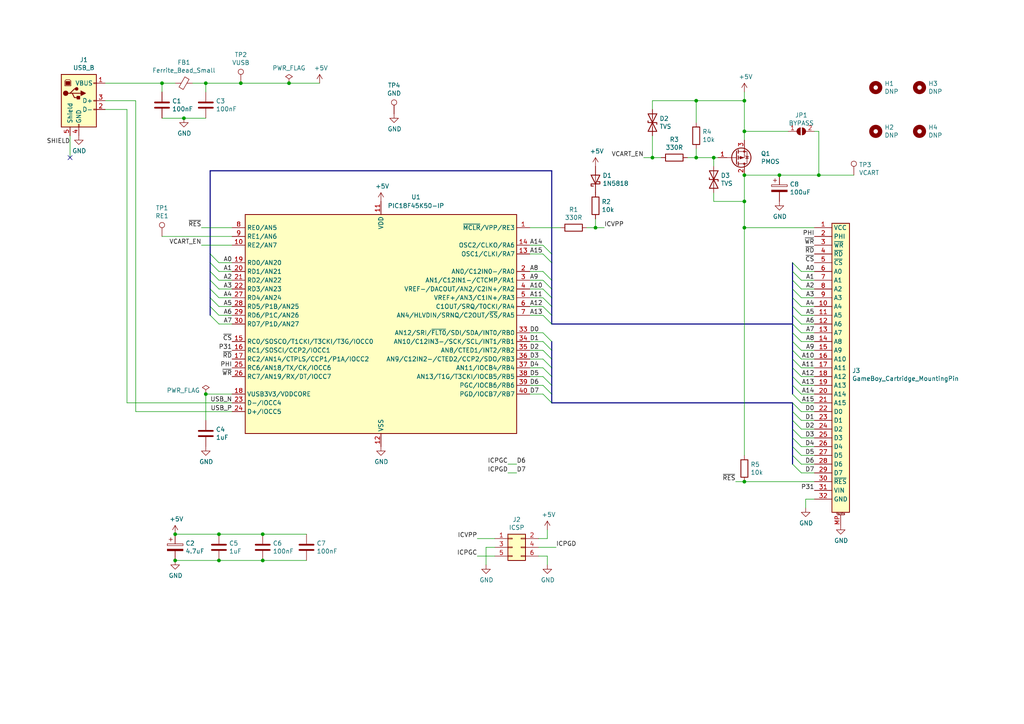
<source format=kicad_sch>
(kicad_sch (version 20211123) (generator eeschema)
  (paper "A4")
  (title_block (title "GB-CARTPP-DIY") (date "2020-10-04") (rev "v1.1") (company "https://gekkio.fi"))
  (lib_symbols
    (symbol "Connector:TestPoint" (pin_numbers hide) (pin_names (offset 0.762) hide)
      (property "Reference" "TP" (at 0 6.858 0))
      (property "Value" "TestPoint" (at 0 5.08 0))
      (symbol "TestPoint_0_1"
        (circle (center 0 3.302) (radius 0.762))
      )
      (symbol "TestPoint_1_1"
        (pin passive line (at 0 0 90) (length 2.54) (name "1") (number "1"))
      )
    )
    (symbol "Connector:USB_B" (pin_names (offset 1.016))
      (property "Reference" "J" (at -5.08 11.43 0))
      (property "Value" "USB_B" (at -5.08 8.89 0))
      (symbol "USB_B_0_1"
        (rectangle (start -5.08 -7.62) (end 5.08 7.62) (stroke (width 0.254)) (fill (type background)))
        (circle (center -3.81 2.159) (radius 0.635) (stroke (width 0.254)) (fill (type outline)))
        (rectangle (start -3.81 5.588) (end -2.54 4.572) (fill (type outline)))
        (circle (center -0.635 3.429) (radius 0.381) (stroke (width 0.254)) (fill (type outline)))
        (rectangle (start -0.127 -7.62) (end 0.127 -6.858))
        (polyline (pts (xy -1.905 2.159) (xy 0.635 2.159)) (stroke (width 0.254)))
        (polyline (pts (xy -3.175 2.159) (xy -2.54 2.159) (xy -1.27 3.429) (xy -0.635 3.429)) (stroke (width 0.254)))
        (polyline (pts (xy -2.54 2.159) (xy -1.905 2.159) (xy -1.27 0.889) (xy 0 0.889)) (stroke (width 0.254)))
        (polyline (pts (xy 0.635 2.794) (xy 0.635 1.524) (xy 1.905 2.159) (xy 0.635 2.794)) (stroke (width 0.254)) (fill (type outline)))
        (polyline (pts (xy -4.064 4.318) (xy -2.286 4.318) (xy -2.286 5.715) (xy -2.667 6.096) (xy -3.683 6.096) (xy -4.064 5.715) (xy -4.064 4.318)))
        (rectangle (start 0.254 1.27) (end -0.508 0.508) (stroke (width 0.254)) (fill (type outline)))
        (rectangle (start 5.08 -2.667) (end 4.318 -2.413))
        (rectangle (start 5.08 -0.127) (end 4.318 0.127))
        (rectangle (start 5.08 4.953) (end 4.318 5.207))
      )
      (symbol "USB_B_1_1"
        (pin power_out line (at 7.62 5.08 180) (length 2.54) (name "VBUS") (number "1"))
        (pin bidirectional line (at 7.62 -2.54 180) (length 2.54) (name "D-") (number "2"))
        (pin bidirectional line (at 7.62 0 180) (length 2.54) (name "D+") (number "3"))
        (pin power_out line (at 0 -10.16 90) (length 2.54) (name "GND") (number "4"))
        (pin passive line (at -2.54 -10.16 90) (length 2.54) (name "Shield") (number "5"))
      )
    )
    (symbol "Connector_Generic:Conn_02x03_Odd_Even" (pin_names (offset 1.016) hide)
      (property "Reference" "J" (at 1.27 5.08 0))
      (property "Value" "Conn_02x03_Odd_Even" (at 1.27 -5.08 0))
      (symbol "Conn_02x03_Odd_Even_1_1"
        (rectangle (start -1.27 -2.413) (end 0 -2.667) (stroke (width 0.1524)))
        (rectangle (start -1.27 0.127) (end 0 -0.127) (stroke (width 0.1524)))
        (rectangle (start -1.27 2.667) (end 0 2.413) (stroke (width 0.1524)))
        (rectangle (start -1.27 3.81) (end 3.81 -3.81) (stroke (width 0.254)) (fill (type background)))
        (rectangle (start 3.81 -2.413) (end 2.54 -2.667) (stroke (width 0.1524)))
        (rectangle (start 3.81 0.127) (end 2.54 -0.127) (stroke (width 0.1524)))
        (rectangle (start 3.81 2.667) (end 2.54 2.413) (stroke (width 0.1524)))
        (pin passive line (at -5.08 2.54 0) (length 3.81) (name "Pin_1") (number "1"))
        (pin passive line (at 7.62 2.54 180) (length 3.81) (name "Pin_2") (number "2"))
        (pin passive line (at -5.08 0 0) (length 3.81) (name "Pin_3") (number "3"))
        (pin passive line (at 7.62 0 180) (length 3.81) (name "Pin_4") (number "4"))
        (pin passive line (at -5.08 -2.54 0) (length 3.81) (name "Pin_5") (number "5"))
        (pin passive line (at 7.62 -2.54 180) (length 3.81) (name "Pin_6") (number "6"))
      )
    )
    (symbol "Device:C" (pin_numbers hide) (pin_names (offset 0.254))
      (property "Reference" "C" (at 0.635 2.54 0))
      (property "Value" "C" (at 0.635 -2.54 0))
      (symbol "C_0_1"
        (polyline (pts (xy -2.032 -0.762) (xy 2.032 -0.762)) (stroke (width 0.508)))
        (polyline (pts (xy -2.032 0.762) (xy 2.032 0.762)) (stroke (width 0.508)))
      )
      (symbol "C_1_1"
        (pin passive line (at 0 3.81 270) (length 2.794) (name "~") (number "1"))
        (pin passive line (at 0 -3.81 90) (length 2.794) (name "~") (number "2"))
      )
    )
    (symbol "Device:C_Polarized" (pin_numbers hide) (pin_names (offset 0.254))
      (property "Reference" "C" (at 0.635 2.54 0))
      (property "Value" "C_Polarized" (at 0.635 -2.54 0))
      (symbol "C_Polarized_0_1"
        (rectangle (start -2.286 0.508) (end 2.286 1.016))
        (polyline (pts (xy -1.778 2.286) (xy -0.762 2.286)))
        (polyline (pts (xy -1.27 2.794) (xy -1.27 1.778)))
        (rectangle (start 2.286 -0.508) (end -2.286 -1.016) (fill (type outline)))
      )
      (symbol "C_Polarized_1_1"
        (pin passive line (at 0 3.81 270) (length 2.794) (name "~") (number "1"))
        (pin passive line (at 0 -3.81 90) (length 2.794) (name "~") (number "2"))
      )
    )
    (symbol "Device:D_Schottky" (pin_numbers hide) (pin_names (offset 1.016) hide)
      (property "Reference" "D" (at 0 2.54 0))
      (property "Value" "D_Schottky" (at 0 -2.54 0))
      (symbol "D_Schottky_0_1"
        (polyline (pts (xy 1.27 0) (xy -1.27 0)))
        (polyline (pts (xy 1.27 1.27) (xy 1.27 -1.27) (xy -1.27 0) (xy 1.27 1.27)) (stroke (width 0.254)))
        (polyline (pts (xy -1.905 0.635) (xy -1.905 1.27) (xy -1.27 1.27) (xy -1.27 -1.27) (xy -0.635 -1.27) (xy -0.635 -0.635)) (stroke (width 0.254)))
      )
      (symbol "D_Schottky_1_1"
        (pin passive line (at -3.81 0 0) (length 2.54) (name "K") (number "1"))
        (pin passive line (at 3.81 0 180) (length 2.54) (name "A") (number "2"))
      )
    )
    (symbol "Device:D_TVS" (pin_numbers hide) (pin_names (offset 1.016) hide)
      (property "Reference" "D" (at 0 2.54 0))
      (property "Value" "D_TVS" (at 0 -2.54 0))
      (symbol "D_TVS_0_1"
        (polyline (pts (xy 1.27 0) (xy -1.27 0)))
        (polyline (pts (xy 0.508 1.27) (xy 0 1.27) (xy 0 -1.27) (xy -0.508 -1.27)) (stroke (width 0.254)))
        (polyline (pts (xy -2.54 1.27) (xy -2.54 -1.27) (xy 2.54 1.27) (xy 2.54 -1.27) (xy -2.54 1.27)) (stroke (width 0.254)))
      )
      (symbol "D_TVS_1_1"
        (pin passive line (at -3.81 0 0) (length 2.54) (name "A1") (number "1"))
        (pin passive line (at 3.81 0 180) (length 2.54) (name "A2") (number "2"))
      )
    )
    (symbol "Device:FerriteBead_Small" (pin_numbers hide) (pin_names (offset 0))
      (property "Reference" "FB" (at 1.905 1.27 0))
      (property "Value" "FerriteBead_Small" (at 1.905 -1.27 0))
      (symbol "FerriteBead_Small_0_1"
        (polyline (pts (xy 0 -1.27) (xy 0 -0.7874)))
        (polyline (pts (xy 0 0.889) (xy 0 1.2954)))
        (polyline (pts (xy -1.8288 0.2794) (xy -1.1176 1.4986) (xy 1.8288 -0.2032) (xy 1.1176 -1.4224) (xy -1.8288 0.2794)))
      )
      (symbol "FerriteBead_Small_1_1"
        (pin passive line (at 0 2.54 270) (length 1.27) (name "~") (number "1"))
        (pin passive line (at 0 -2.54 90) (length 1.27) (name "~") (number "2"))
      )
    )
    (symbol "Device:Q_PMOS_GDS" (pin_names (offset 0) hide)
      (property "Reference" "Q" (at 5.08 1.27 0))
      (property "Value" "Q_PMOS_GDS" (at 5.08 -1.27 0))
      (symbol "Q_PMOS_GDS_0_1"
        (polyline (pts (xy 0.254 0) (xy -2.54 0)))
        (polyline (pts (xy 0.254 1.905) (xy 0.254 -1.905)) (stroke (width 0.254)))
        (polyline (pts (xy 0.762 -1.27) (xy 0.762 -2.286)) (stroke (width 0.254)))
        (polyline (pts (xy 0.762 0.508) (xy 0.762 -0.508)) (stroke (width 0.254)))
        (polyline (pts (xy 0.762 2.286) (xy 0.762 1.27)) (stroke (width 0.254)))
        (polyline (pts (xy 2.54 2.54) (xy 2.54 1.778)))
        (polyline (pts (xy 2.54 -2.54) (xy 2.54 0) (xy 0.762 0)))
        (polyline (pts (xy 0.762 1.778) (xy 3.302 1.778) (xy 3.302 -1.778) (xy 0.762 -1.778)))
        (polyline (pts (xy 2.286 0) (xy 1.27 0.381) (xy 1.27 -0.381) (xy 2.286 0)) (fill (type outline)))
        (polyline (pts (xy 2.794 -0.508) (xy 2.921 -0.381) (xy 3.683 -0.381) (xy 3.81 -0.254)))
        (polyline (pts (xy 3.302 -0.381) (xy 2.921 0.254) (xy 3.683 0.254) (xy 3.302 -0.381)))
        (circle (center 1.651 0) (radius 2.794) (stroke (width 0.254)))
        (circle (center 2.54 -1.778) (radius 0.254) (fill (type outline)))
        (circle (center 2.54 1.778) (radius 0.254) (fill (type outline)))
      )
      (symbol "Q_PMOS_GDS_1_1"
        (pin input line (at -5.08 0 0) (length 2.54) (name "G") (number "1"))
        (pin passive line (at 2.54 5.08 270) (length 2.54) (name "D") (number "2"))
        (pin passive line (at 2.54 -5.08 90) (length 2.54) (name "S") (number "3"))
      )
    )
    (symbol "Device:R" (pin_numbers hide) (pin_names (offset 0))
      (property "Reference" "R" (at 2.032 0 90))
      (property "Value" "R" (at 0 0 90))
      (symbol "R_0_1"
        (rectangle (start -1.016 -2.54) (end 1.016 2.54) (stroke (width 0.254)))
      )
      (symbol "R_1_1"
        (pin passive line (at 0 3.81 270) (length 1.27) (name "~") (number "1"))
        (pin passive line (at 0 -3.81 90) (length 1.27) (name "~") (number "2"))
      )
    )
    (symbol "Gekkio_Connector_Specialized:GameBoy_Cartridge_MountingPin"
      (property "Reference" "J" (at 0 43.18 0))
      (property "Value" "GameBoy_Cartridge_MountingPin" (at 1.27 -44.45 0))
      (symbol "GameBoy_Cartridge_MountingPin_0_1"
        (rectangle (start -2.54 41.91) (end 2.54 -41.91) (stroke (width 0.254)) (fill (type background)))
      )
      (symbol "GameBoy_Cartridge_MountingPin_1_1"
        (polyline (pts (xy -1.016 -42.672) (xy 1.016 -42.672)) (stroke (width 0.1524)))
        (text "Mounting" (at 0 -42.291 0) (effects (font (size 0.381 0.381))))
        (pin passive line (at -7.62 40.64 0) (length 5.08) (name "VCC") (number "1"))
        (pin passive line (at -7.62 17.78 0) (length 5.08) (name "A4") (number "10"))
        (pin passive line (at -7.62 15.24 0) (length 5.08) (name "A5") (number "11"))
        (pin passive line (at -7.62 12.7 0) (length 5.08) (name "A6") (number "12"))
        (pin passive line (at -7.62 10.16 0) (length 5.08) (name "A7") (number "13"))
        (pin passive line (at -7.62 7.62 0) (length 5.08) (name "A8") (number "14"))
        (pin passive line (at -7.62 5.08 0) (length 5.08) (name "A9") (number "15"))
        (pin passive line (at -7.62 2.54 0) (length 5.08) (name "A10") (number "16"))
        (pin passive line (at -7.62 0 0) (length 5.08) (name "A11") (number "17"))
        (pin passive line (at -7.62 -2.54 0) (length 5.08) (name "A12") (number "18"))
        (pin passive line (at -7.62 -5.08 0) (length 5.08) (name "A13") (number "19"))
        (pin passive line (at -7.62 38.1 0) (length 5.08) (name "PHI") (number "2"))
        (pin passive line (at -7.62 -7.62 0) (length 5.08) (name "A14") (number "20"))
        (pin passive line (at -7.62 -10.16 0) (length 5.08) (name "A15") (number "21"))
        (pin passive line (at -7.62 -12.7 0) (length 5.08) (name "D0") (number "22"))
        (pin passive line (at -7.62 -15.24 0) (length 5.08) (name "D1") (number "23"))
        (pin passive line (at -7.62 -17.78 0) (length 5.08) (name "D2") (number "24"))
        (pin passive line (at -7.62 -20.32 0) (length 5.08) (name "D3") (number "25"))
        (pin passive line (at -7.62 -22.86 0) (length 5.08) (name "D4") (number "26"))
        (pin passive line (at -7.62 -25.4 0) (length 5.08) (name "D5") (number "27"))
        (pin passive line (at -7.62 -27.94 0) (length 5.08) (name "D6") (number "28"))
        (pin passive line (at -7.62 -30.48 0) (length 5.08) (name "D7") (number "29"))
        (pin passive line (at -7.62 35.56 0) (length 5.08) (name "~{WR}") (number "3"))
        (pin passive line (at -7.62 -33.02 0) (length 5.08) (name "~{RES}") (number "30"))
        (pin passive line (at -7.62 -35.56 0) (length 5.08) (name "VIN") (number "31"))
        (pin passive line (at -7.62 -38.1 0) (length 5.08) (name "GND") (number "32"))
        (pin passive line (at -7.62 33.02 0) (length 5.08) (name "~{RD}") (number "4"))
        (pin passive line (at -7.62 30.48 0) (length 5.08) (name "~{CS}") (number "5"))
        (pin passive line (at -7.62 27.94 0) (length 5.08) (name "A0") (number "6"))
        (pin passive line (at -7.62 25.4 0) (length 5.08) (name "A1") (number "7"))
        (pin passive line (at -7.62 22.86 0) (length 5.08) (name "A2") (number "8"))
        (pin passive line (at -7.62 20.32 0) (length 5.08) (name "A3") (number "9"))
        (pin passive line (at 0 -45.72 90) (length 3.048) (name "~") (number "MP"))
      )
    )
    (symbol "Gekkio_MCU_Microchip_PIC18:PIC18F45K50-IP"
      (property "Reference" "U" (at -36.83 33.02 0))
      (property "Value" "PIC18F45K50-IP" (at 30.48 -30.48 0))
      (symbol "PIC18F45K50-IP_0_1"
        (rectangle (start -39.37 31.75) (end 39.37 -31.75) (stroke (width 0.254)) (fill (type background)))
      )
      (symbol "PIC18F45K50-IP_1_1"
        (pin input line (at 43.18 27.94 180) (length 3.81) (name "~{MCLR}/VPP/RE3") (number "1"))
        (pin bidirectional line (at -43.18 22.86 0) (length 3.81) (name "RE2/AN7") (number "10"))
        (pin power_in line (at 0 35.56 270) (length 3.81) (name "VDD") (number "11"))
        (pin power_in line (at 0 -35.56 90) (length 3.81) (name "VSS") (number "12"))
        (pin bidirectional line (at 43.18 20.32 180) (length 3.81) (name "OSC1/CLKI/RA7") (number "13"))
        (pin bidirectional line (at 43.18 22.86 180) (length 3.81) (name "OSC2/CLKO/RA6") (number "14"))
        (pin bidirectional line (at -43.18 -5.08 0) (length 3.81) (name "RC0/SOSCO/T1CKI/T3CKI/T3G/IOCC0") (number "15"))
        (pin bidirectional line (at -43.18 -7.62 0) (length 3.81) (name "RC1/SOSCI/CCP2/IOCC1") (number "16"))
        (pin bidirectional line (at -43.18 -10.16 0) (length 3.81) (name "RC2/AN14/CTPLS/CCP1/P1A/IOCC2") (number "17"))
        (pin power_in line (at -43.18 -20.32 0) (length 3.81) (name "VUSB3V3/VDDCORE") (number "18"))
        (pin bidirectional line (at -43.18 17.78 0) (length 3.81) (name "RD0/AN20") (number "19"))
        (pin bidirectional line (at 43.18 15.24 180) (length 3.81) (name "AN0/C12IN0-/RA0") (number "2"))
        (pin bidirectional line (at -43.18 15.24 0) (length 3.81) (name "RD1/AN21") (number "20"))
        (pin bidirectional line (at -43.18 12.7 0) (length 3.81) (name "RD2/AN22") (number "21"))
        (pin bidirectional line (at -43.18 10.16 0) (length 3.81) (name "RD3/AN23") (number "22"))
        (pin bidirectional line (at -43.18 -22.86 0) (length 3.81) (name "D-/IOCC4") (number "23"))
        (pin bidirectional line (at -43.18 -25.4 0) (length 3.81) (name "D+/IOCC5") (number "24"))
        (pin bidirectional line (at -43.18 -12.7 0) (length 3.81) (name "RC6/AN18/TX/CK/IOCC6") (number "25"))
        (pin bidirectional line (at -43.18 -15.24 0) (length 3.81) (name "RC7/AN19/RX/DT/IOCC7") (number "26"))
        (pin bidirectional line (at -43.18 7.62 0) (length 3.81) (name "RD4/AN24") (number "27"))
        (pin bidirectional line (at -43.18 5.08 0) (length 3.81) (name "RD5/P1B/AN25") (number "28"))
        (pin bidirectional line (at -43.18 2.54 0) (length 3.81) (name "RD6/P1C/AN26") (number "29"))
        (pin bidirectional line (at 43.18 12.7 180) (length 3.81) (name "AN1/C12IN1-/CTCMP/RA1") (number "3"))
        (pin bidirectional line (at -43.18 0 0) (length 3.81) (name "RD7/P1D/AN27") (number "30"))
        (pin passive line (at 0 -35.56 90) (length 3.81) hide (name "VSS") (number "31"))
        (pin passive line (at 0 35.56 270) (length 3.81) hide (name "VDD") (number "32"))
        (pin bidirectional line (at 43.18 -2.54 180) (length 3.81) (name "AN12/SRI/~{FLT0}/SDI/SDA/INT0/RB0") (number "33"))
        (pin bidirectional line (at 43.18 -5.08 180) (length 3.81) (name "AN10/C12IN3-/SCK/SCL/INT1/RB1") (number "34"))
        (pin bidirectional line (at 43.18 -7.62 180) (length 3.81) (name "AN8/CTED1/INT2/RB2") (number "35"))
        (pin bidirectional line (at 43.18 -10.16 180) (length 3.81) (name "AN9/C12IN2-/CTED2/CCP2/SDO/RB3") (number "36"))
        (pin bidirectional line (at 43.18 -12.7 180) (length 3.81) (name "AN11/IOCB4/RB4") (number "37"))
        (pin bidirectional line (at 43.18 -15.24 180) (length 3.81) (name "AN13/T1G/T3CKI/IOCB5/RB5") (number "38"))
        (pin bidirectional line (at 43.18 -17.78 180) (length 3.81) (name "PGC/IOCB6/RB6") (number "39"))
        (pin bidirectional line (at 43.18 10.16 180) (length 3.81) (name "VREF-/DACOUT/AN2/C2IN+/RA2") (number "4"))
        (pin bidirectional line (at 43.18 -20.32 180) (length 3.81) (name "PGD/IOCB7/RB7") (number "40"))
        (pin bidirectional line (at 43.18 7.62 180) (length 3.81) (name "VREF+/AN3/C1IN+/RA3") (number "5"))
        (pin bidirectional line (at 43.18 5.08 180) (length 3.81) (name "C1OUT/SRQ/T0CKI/RA4") (number "6"))
        (pin bidirectional line (at 43.18 2.54 180) (length 3.81) (name "AN4/HLVDIN/SRNQ/C2OUT/~{SS}/RA5") (number "7"))
        (pin bidirectional line (at -43.18 27.94 0) (length 3.81) (name "RE0/AN5") (number "8"))
        (pin bidirectional line (at -43.18 25.4 0) (length 3.81) (name "RE1/AN6") (number "9"))
      )
    )
    (symbol "Jumper:SolderJumper_2_Open" (pin_names (offset 0) hide)
      (property "Reference" "JP" (at 0 2.032 0))
      (property "Value" "SolderJumper_2_Open" (at 0 -2.54 0))
      (symbol "SolderJumper_2_Open_0_1"
        (arc (start -0.254 1.016) (mid -1.27 0) (end -0.254 -1.016))
        (arc (start -0.254 1.016) (mid -1.27 0) (end -0.254 -1.016) (fill (type outline)))
        (polyline (pts (xy -0.254 1.016) (xy -0.254 -1.016)))
        (polyline (pts (xy 0.254 1.016) (xy 0.254 -1.016)))
        (arc (start 0.254 -1.016) (mid 1.27 0) (end 0.254 1.016))
        (arc (start 0.254 -1.016) (mid 1.27 0) (end 0.254 1.016) (fill (type outline)))
      )
      (symbol "SolderJumper_2_Open_1_1"
        (pin passive line (at -3.81 0 0) (length 2.54) (name "A") (number "1"))
        (pin passive line (at 3.81 0 180) (length 2.54) (name "B") (number "2"))
      )
    )
    (symbol "Mechanical:MountingHole" (pin_names (offset 1.016))
      (property "Reference" "H" (at 0 5.08 0))
      (property "Value" "MountingHole" (at 0 3.175 0))
      (symbol "MountingHole_0_1"
        (circle (center 0 0) (radius 1.27) (stroke (width 1.27)))
      )
    )
    (symbol "power:+5V" (power) (pin_names (offset 0))
      (property "Value" "+5V" (at 0 3.556 0))
      (symbol "+5V_0_1"
        (polyline (pts (xy -0.762 1.27) (xy 0 2.54)))
        (polyline (pts (xy 0 0) (xy 0 2.54)))
        (polyline (pts (xy 0 2.54) (xy 0.762 1.27)))
      )
      (symbol "+5V_1_1"
        (pin power_in line (at 0 0 90) (length 0) hide (name "+5V") (number "1"))
      )
    )
    (symbol "power:GND" (power) (pin_names (offset 0))
      (property "Value" "GND" (at 0 -3.81 0))
      (symbol "GND_0_1"
        (polyline (pts (xy 0 0) (xy 0 -1.27) (xy 1.27 -1.27) (xy 0 -2.54) (xy -1.27 -1.27) (xy 0 -1.27)))
      )
      (symbol "GND_1_1"
        (pin power_in line (at 0 0 270) (length 0) hide (name "GND") (number "1"))
      )
    )
    (symbol "power:PWR_FLAG" (power) (pin_numbers hide) (pin_names (offset 0) hide)
      (property "Value" "PWR_FLAG" (at 0 3.81 0))
      (symbol "PWR_FLAG_0_0"
        (pin power_out line (at 0 0 90) (length 0) (name "pwr") (number "1"))
      )
      (symbol "PWR_FLAG_0_1"
        (polyline (pts (xy 0 0) (xy 0 1.27) (xy -1.016 1.905) (xy 0 2.54) (xy 1.016 1.905) (xy 0 1.27)))
      )
    )
  )
  (junction (at 207.01 45.72))
  (junction (at 215.9 58.42))
  (junction (at 50.8 162.56))
  (junction (at 69.85 24.13))
  (junction (at 83.82 24.13))
  (junction (at 76.2 154.94))
  (junction (at 63.5 162.56))
  (junction (at 215.9 29.21))
  (junction (at 46.99 24.13))
  (junction (at 53.34 34.29))
  (junction (at 237.49 50.8))
  (junction (at 59.69 24.13))
  (junction (at 226.06 50.8))
  (junction (at 76.2 162.56))
  (junction (at 201.93 45.72))
  (junction (at 63.5 154.94))
  (junction (at 50.8 154.94))
  (junction (at 215.9 38.1))
  (junction (at 201.93 29.21))
  (junction (at 215.9 66.04))
  (junction (at 189.23 45.72))
  (junction (at 172.72 66.04))
  (junction (at 215.9 139.7))
  (junction (at 215.9 50.8))
  (junction (at 59.69 114.3))
  (no_connect (at 20.32 45.72))
  (bus_entry (at 229.87 81.28) (size 2.54 2.54))
  (bus_entry (at 157.48 109.22) (size 2.54 2.54))
  (bus_entry (at 229.87 129.54) (size 2.54 2.54))
  (bus_entry (at 157.48 106.68) (size 2.54 2.54))
  (bus_entry (at 157.48 104.14) (size 2.54 2.54))
  (bus_entry (at 229.87 86.36) (size 2.54 2.54))
  (bus_entry (at 229.87 121.92) (size 2.54 2.54))
  (bus_entry (at 157.48 111.76) (size 2.54 2.54))
  (bus_entry (at 157.48 88.9) (size 2.54 2.54))
  (bus_entry (at 229.87 76.2) (size 2.54 2.54))
  (bus_entry (at 229.87 127) (size 2.54 2.54))
  (bus_entry (at 60.96 76.2) (size 2.54 2.54))
  (bus_entry (at 229.87 132.08) (size 2.54 2.54))
  (bus_entry (at 60.96 83.82) (size 2.54 2.54))
  (bus_entry (at 157.48 71.12) (size 2.54 2.54))
  (bus_entry (at 229.87 91.44) (size 2.54 2.54))
  (bus_entry (at 60.96 86.36) (size 2.54 2.54))
  (bus_entry (at 157.48 81.28) (size 2.54 2.54))
  (bus_entry (at 60.96 81.28) (size 2.54 2.54))
  (bus_entry (at 157.48 78.74) (size 2.54 2.54))
  (bus_entry (at 157.48 83.82) (size 2.54 2.54))
  (bus_entry (at 229.87 96.52) (size 2.54 2.54))
  (bus_entry (at 229.87 88.9) (size 2.54 2.54))
  (bus_entry (at 229.87 106.68) (size 2.54 2.54))
  (bus_entry (at 60.96 88.9) (size 2.54 2.54))
  (bus_entry (at 229.87 119.38) (size 2.54 2.54))
  (bus_entry (at 229.87 114.3) (size 2.54 2.54))
  (bus_entry (at 60.96 73.66) (size 2.54 2.54))
  (bus_entry (at 157.48 73.66) (size 2.54 2.54))
  (bus_entry (at 229.87 83.82) (size 2.54 2.54))
  (bus_entry (at 229.87 109.22) (size 2.54 2.54))
  (bus_entry (at 229.87 78.74) (size 2.54 2.54))
  (bus_entry (at 157.48 114.3) (size 2.54 2.54))
  (bus_entry (at 229.87 93.98) (size 2.54 2.54))
  (bus_entry (at 229.87 116.84) (size 2.54 2.54))
  (bus_entry (at 229.87 134.62) (size 2.54 2.54))
  (bus_entry (at 60.96 78.74) (size 2.54 2.54))
  (bus_entry (at 157.48 96.52) (size 2.54 2.54))
  (bus_entry (at 229.87 124.46) (size 2.54 2.54))
  (bus_entry (at 229.87 101.6) (size 2.54 2.54))
  (bus_entry (at 157.48 86.36) (size 2.54 2.54))
  (bus_entry (at 229.87 104.14) (size 2.54 2.54))
  (bus_entry (at 157.48 99.06) (size 2.54 2.54))
  (bus_entry (at 229.87 111.76) (size 2.54 2.54))
  (bus_entry (at 157.48 101.6) (size 2.54 2.54))
  (bus_entry (at 157.48 91.44) (size 2.54 2.54))
  (bus_entry (at 60.96 91.44) (size 2.54 2.54))
  (bus_entry (at 229.87 99.06) (size 2.54 2.54))
  (wire (pts (xy 215.9 29.21) (xy 215.9 38.1)))
  (wire (pts (xy 63.5 81.28) (xy 67.31 81.28)))
  (bus (pts (xy 229.87 116.84) (xy 229.87 119.38)))
  (wire (pts (xy 233.68 144.78) (xy 236.22 144.78)))
  (wire (pts (xy 236.22 119.38) (xy 232.41 119.38)))
  (wire (pts (xy 189.23 39.37) (xy 189.23 45.72)))
  (bus (pts (xy 229.87 99.06) (xy 229.87 101.6)))
  (bus (pts (xy 160.02 93.98) (xy 229.87 93.98)))
  (wire (pts (xy 59.69 24.13) (xy 69.85 24.13)))
  (wire (pts (xy 232.41 88.9) (xy 236.22 88.9)))
  (wire (pts (xy 63.5 76.2) (xy 67.31 76.2)))
  (bus (pts (xy 60.96 83.82) (xy 60.96 86.36)))
  (wire (pts (xy 30.48 29.21) (xy 39.37 29.21)))
  (bus (pts (xy 229.87 78.74) (xy 229.87 81.28)))
  (wire (pts (xy 140.97 163.83) (xy 140.97 158.75)))
  (wire (pts (xy 63.5 88.9) (xy 67.31 88.9)))
  (bus (pts (xy 60.96 88.9) (xy 60.96 91.44)))
  (wire (pts (xy 232.41 83.82) (xy 236.22 83.82)))
  (bus (pts (xy 60.96 86.36) (xy 60.96 88.9)))
  (wire (pts (xy 76.2 154.94) (xy 88.9 154.94)))
  (wire (pts (xy 67.31 114.3) (xy 59.69 114.3)))
  (wire (pts (xy 236.22 134.62) (xy 232.41 134.62)))
  (bus (pts (xy 160.02 109.22) (xy 160.02 111.76)))
  (wire (pts (xy 138.43 161.29) (xy 143.51 161.29)))
  (bus (pts (xy 160.02 111.76) (xy 160.02 114.3)))
  (wire (pts (xy 138.43 156.21) (xy 143.51 156.21)))
  (wire (pts (xy 36.83 31.75) (xy 30.48 31.75)))
  (bus (pts (xy 229.87 96.52) (xy 229.87 99.06)))
  (bus (pts (xy 229.87 86.36) (xy 229.87 88.9)))
  (wire (pts (xy 232.41 101.6) (xy 236.22 101.6)))
  (bus (pts (xy 229.87 83.82) (xy 229.87 86.36)))
  (wire (pts (xy 237.49 38.1) (xy 237.49 50.8)))
  (wire (pts (xy 63.5 78.74) (xy 67.31 78.74)))
  (wire (pts (xy 236.22 38.1) (xy 237.49 38.1)))
  (wire (pts (xy 236.22 124.46) (xy 232.41 124.46)))
  (wire (pts (xy 157.48 96.52) (xy 153.67 96.52)))
  (wire (pts (xy 69.85 24.13) (xy 83.82 24.13)))
  (bus (pts (xy 229.87 93.98) (xy 229.87 96.52)))
  (wire (pts (xy 232.41 99.06) (xy 236.22 99.06)))
  (wire (pts (xy 50.8 154.94) (xy 63.5 154.94)))
  (wire (pts (xy 232.41 114.3) (xy 236.22 114.3)))
  (bus (pts (xy 229.87 127) (xy 229.87 129.54)))
  (wire (pts (xy 186.69 45.72) (xy 189.23 45.72)))
  (wire (pts (xy 161.29 158.75) (xy 156.21 158.75)))
  (wire (pts (xy 232.41 104.14) (xy 236.22 104.14)))
  (wire (pts (xy 232.41 111.76) (xy 236.22 111.76)))
  (wire (pts (xy 236.22 121.92) (xy 232.41 121.92)))
  (wire (pts (xy 36.83 31.75) (xy 36.83 116.84)))
  (bus (pts (xy 229.87 88.9) (xy 229.87 91.44)))
  (wire (pts (xy 83.82 24.13) (xy 92.71 24.13)))
  (wire (pts (xy 153.67 88.9) (xy 157.48 88.9)))
  (bus (pts (xy 229.87 121.92) (xy 229.87 124.46)))
  (bus (pts (xy 229.87 132.08) (xy 229.87 134.62)))
  (bus (pts (xy 160.02 49.53) (xy 60.96 49.53)))
  (bus (pts (xy 229.87 91.44) (xy 229.87 93.98)))
  (wire (pts (xy 228.6 38.1) (xy 215.9 38.1)))
  (bus (pts (xy 160.02 104.14) (xy 160.02 106.68)))
  (wire (pts (xy 175.26 66.04) (xy 172.72 66.04)))
  (wire (pts (xy 215.9 26.67) (xy 215.9 29.21)))
  (bus (pts (xy 160.02 101.6) (xy 160.02 104.14)))
  (wire (pts (xy 63.5 83.82) (xy 67.31 83.82)))
  (wire (pts (xy 149.86 137.16) (xy 147.32 137.16)))
  (wire (pts (xy 88.9 162.56) (xy 76.2 162.56)))
  (wire (pts (xy 53.34 34.29) (xy 46.99 34.29)))
  (bus (pts (xy 229.87 106.68) (xy 229.87 109.22)))
  (wire (pts (xy 157.48 114.3) (xy 153.67 114.3)))
  (bus (pts (xy 229.87 111.76) (xy 229.87 114.3)))
  (bus (pts (xy 60.96 49.53) (xy 60.96 73.66)))
  (wire (pts (xy 157.48 99.06) (xy 153.67 99.06)))
  (wire (pts (xy 157.48 109.22) (xy 153.67 109.22)))
  (bus (pts (xy 160.02 76.2) (xy 160.02 81.28)))
  (wire (pts (xy 232.41 93.98) (xy 236.22 93.98)))
  (wire (pts (xy 58.42 71.12) (xy 67.31 71.12)))
  (bus (pts (xy 229.87 101.6) (xy 229.87 104.14)))
  (wire (pts (xy 59.69 26.67) (xy 59.69 24.13)))
  (wire (pts (xy 215.9 50.8) (xy 226.06 50.8)))
  (bus (pts (xy 160.02 91.44) (xy 160.02 93.98)))
  (wire (pts (xy 201.93 35.56) (xy 201.93 29.21)))
  (wire (pts (xy 59.69 34.29) (xy 53.34 34.29)))
  (wire (pts (xy 207.01 58.42) (xy 215.9 58.42)))
  (wire (pts (xy 232.41 116.84) (xy 236.22 116.84)))
  (wire (pts (xy 162.56 66.04) (xy 153.67 66.04)))
  (wire (pts (xy 153.67 78.74) (xy 157.48 78.74)))
  (wire (pts (xy 213.36 139.7) (xy 215.9 139.7)))
  (wire (pts (xy 149.86 134.62) (xy 147.32 134.62)))
  (bus (pts (xy 60.96 76.2) (xy 60.96 78.74)))
  (wire (pts (xy 236.22 132.08) (xy 232.41 132.08)))
  (wire (pts (xy 201.93 29.21) (xy 215.9 29.21)))
  (wire (pts (xy 232.41 86.36) (xy 236.22 86.36)))
  (wire (pts (xy 39.37 29.21) (xy 39.37 119.38)))
  (wire (pts (xy 236.22 139.7) (xy 215.9 139.7)))
  (bus (pts (xy 229.87 81.28) (xy 229.87 83.82)))
  (wire (pts (xy 236.22 129.54) (xy 232.41 129.54)))
  (wire (pts (xy 172.72 63.5) (xy 172.72 66.04)))
  (bus (pts (xy 229.87 119.38) (xy 229.87 121.92)))
  (wire (pts (xy 46.99 24.13) (xy 50.8 24.13)))
  (wire (pts (xy 207.01 45.72) (xy 208.28 45.72)))
  (wire (pts (xy 140.97 158.75) (xy 143.51 158.75)))
  (wire (pts (xy 46.99 26.67) (xy 46.99 24.13)))
  (wire (pts (xy 153.67 91.44) (xy 157.48 91.44)))
  (wire (pts (xy 226.06 50.8) (xy 237.49 50.8)))
  (wire (pts (xy 232.41 96.52) (xy 236.22 96.52)))
  (wire (pts (xy 76.2 162.56) (xy 63.5 162.56)))
  (wire (pts (xy 189.23 31.75) (xy 189.23 29.21)))
  (wire (pts (xy 63.5 91.44) (xy 67.31 91.44)))
  (wire (pts (xy 153.67 81.28) (xy 157.48 81.28)))
  (wire (pts (xy 215.9 58.42) (xy 215.9 50.8)))
  (bus (pts (xy 160.02 83.82) (xy 160.02 86.36)))
  (bus (pts (xy 160.02 99.06) (xy 160.02 101.6)))
  (bus (pts (xy 160.02 73.66) (xy 160.02 76.2)))
  (wire (pts (xy 232.41 106.68) (xy 236.22 106.68)))
  (wire (pts (xy 189.23 45.72) (xy 191.77 45.72)))
  (wire (pts (xy 215.9 132.08) (xy 215.9 66.04)))
  (wire (pts (xy 39.37 119.38) (xy 67.31 119.38)))
  (wire (pts (xy 55.88 24.13) (xy 59.69 24.13)))
  (wire (pts (xy 153.67 83.82) (xy 157.48 83.82)))
  (wire (pts (xy 215.9 66.04) (xy 215.9 58.42)))
  (bus (pts (xy 229.87 109.22) (xy 229.87 111.76)))
  (wire (pts (xy 67.31 116.84) (xy 36.83 116.84)))
  (wire (pts (xy 157.48 106.68) (xy 153.67 106.68)))
  (bus (pts (xy 229.87 76.2) (xy 229.87 78.74)))
  (bus (pts (xy 160.02 49.53) (xy 160.02 73.66)))
  (wire (pts (xy 189.23 29.21) (xy 201.93 29.21)))
  (wire (pts (xy 201.93 43.18) (xy 201.93 45.72)))
  (wire (pts (xy 156.21 161.29) (xy 158.75 161.29)))
  (wire (pts (xy 153.67 73.66) (xy 157.48 73.66)))
  (bus (pts (xy 160.02 86.36) (xy 160.02 88.9)))
  (bus (pts (xy 160.02 88.9) (xy 160.02 91.44)))
  (wire (pts (xy 236.22 137.16) (xy 232.41 137.16)))
  (wire (pts (xy 232.41 91.44) (xy 236.22 91.44)))
  (wire (pts (xy 172.72 66.04) (xy 170.18 66.04)))
  (wire (pts (xy 215.9 38.1) (xy 215.9 40.64)))
  (wire (pts (xy 236.22 127) (xy 232.41 127)))
  (bus (pts (xy 160.02 116.84) (xy 229.87 116.84)))
  (wire (pts (xy 63.5 86.36) (xy 67.31 86.36)))
  (wire (pts (xy 153.67 86.36) (xy 157.48 86.36)))
  (wire (pts (xy 67.31 68.58) (xy 46.99 68.58)))
  (bus (pts (xy 60.96 73.66) (xy 60.96 76.2)))
  (wire (pts (xy 215.9 66.04) (xy 236.22 66.04)))
  (wire (pts (xy 232.41 78.74) (xy 236.22 78.74)))
  (bus (pts (xy 229.87 104.14) (xy 229.87 106.68)))
  (wire (pts (xy 158.75 161.29) (xy 158.75 163.83)))
  (wire (pts (xy 207.01 55.88) (xy 207.01 58.42)))
  (wire (pts (xy 232.41 81.28) (xy 236.22 81.28)))
  (wire (pts (xy 20.32 39.37) (xy 20.32 45.72)))
  (bus (pts (xy 60.96 81.28) (xy 60.96 83.82)))
  (bus (pts (xy 229.87 124.46) (xy 229.87 127)))
  (bus (pts (xy 160.02 81.28) (xy 160.02 83.82)))
  (wire (pts (xy 153.67 71.12) (xy 157.48 71.12)))
  (wire (pts (xy 63.5 154.94) (xy 76.2 154.94)))
  (wire (pts (xy 157.48 111.76) (xy 153.67 111.76)))
  (wire (pts (xy 30.48 24.13) (xy 46.99 24.13)))
  (wire (pts (xy 157.48 104.14) (xy 153.67 104.14)))
  (bus (pts (xy 160.02 114.3) (xy 160.02 116.84)))
  (wire (pts (xy 237.49 50.8) (xy 247.65 50.8)))
  (bus (pts (xy 229.87 129.54) (xy 229.87 132.08)))
  (wire (pts (xy 156.21 156.21) (xy 158.75 156.21)))
  (wire (pts (xy 207.01 48.26) (xy 207.01 45.72)))
  (wire (pts (xy 199.39 45.72) (xy 201.93 45.72)))
  (wire (pts (xy 59.69 114.3) (xy 59.69 121.92)))
  (wire (pts (xy 158.75 156.21) (xy 158.75 153.67)))
  (wire (pts (xy 63.5 93.98) (xy 67.31 93.98)))
  (wire (pts (xy 157.48 101.6) (xy 153.67 101.6)))
  (bus (pts (xy 160.02 106.68) (xy 160.02 109.22)))
  (bus (pts (xy 60.96 78.74) (xy 60.96 81.28)))
  (wire (pts (xy 233.68 147.32) (xy 233.68 144.78)))
  (wire (pts (xy 232.41 109.22) (xy 236.22 109.22)))
  (wire (pts (xy 201.93 45.72) (xy 207.01 45.72)))
  (wire (pts (xy 58.42 66.04) (xy 67.31 66.04)))
  (wire (pts (xy 63.5 162.56) (xy 50.8 162.56)))
  (label "A7" (at 236.22 96.52 180))
  (label "D6" (at 153.67 111.76 0))
  (label "A14" (at 153.67 71.12 0))
  (label "A7" (at 67.31 93.98 180))
  (label "~{CS}" (at 236.22 76.2 180))
  (label "A12" (at 236.22 109.22 180))
  (label "ICPGC" (at 147.32 134.62 180))
  (label "D4" (at 153.67 106.68 0))
  (label "~{CS}" (at 67.31 99.06 180))
  (label "A6" (at 67.31 91.44 180))
  (label "VCART_EN" (at 58.42 71.12 180))
  (label "D6" (at 149.86 134.62 0))
  (label "A3" (at 236.22 86.36 180))
  (label "D7" (at 149.86 137.16 0))
  (label "A13" (at 236.22 111.76 180))
  (label "USB_N" (at 67.31 116.84 180))
  (label "A14" (at 236.22 114.3 180))
  (label "A3" (at 67.31 83.82 180))
  (label "D5" (at 236.22 132.08 180))
  (label "PHI" (at 236.22 68.58 180))
  (label "A1" (at 67.31 78.74 180))
  (label "P31" (at 67.31 101.6 180))
  (label "A2" (at 67.31 81.28 180))
  (label "VCART_EN" (at 186.69 45.72 180))
  (label "A9" (at 236.22 101.6 180))
  (label "A15" (at 236.22 116.84 180))
  (label "D5" (at 153.67 109.22 0))
  (label "A8" (at 153.67 78.74 0))
  (label "D1" (at 153.67 99.06 0))
  (label "PHI" (at 67.31 106.68 180))
  (label "ICPGD" (at 161.29 158.75 0))
  (label "D7" (at 236.22 137.16 180))
  (label "D3" (at 236.22 127 180))
  (label "ICPGC" (at 138.43 161.29 180))
  (label "D2" (at 153.67 101.6 0))
  (label "A2" (at 236.22 83.82 180))
  (label "A5" (at 67.31 88.9 180))
  (label "A5" (at 236.22 91.44 180))
  (label "A8" (at 236.22 99.06 180))
  (label "D0" (at 153.67 96.52 0))
  (label "~{RD}" (at 236.22 73.66 180))
  (label "D7" (at 153.67 114.3 0))
  (label "SHIELD" (at 20.32 41.91 180))
  (label "A12" (at 153.67 88.9 0))
  (label "D2" (at 236.22 124.46 180))
  (label "D0" (at 236.22 119.38 180))
  (label "~{WR}" (at 236.22 71.12 180))
  (label "P31" (at 236.22 142.24 180))
  (label "A0" (at 67.31 76.2 180))
  (label "A13" (at 153.67 91.44 0))
  (label "A15" (at 153.67 73.66 0))
  (label "~{RD}" (at 67.31 104.14 180))
  (label "A1" (at 236.22 81.28 180))
  (label "D1" (at 236.22 121.92 180))
  (label "D4" (at 236.22 129.54 180))
  (label "~{RES}" (at 58.42 66.04 180))
  (label "A6" (at 236.22 93.98 180))
  (label "A10" (at 236.22 104.14 180))
  (label "ICVPP" (at 175.26 66.04 0))
  (label "A4" (at 67.31 86.36 180))
  (label "A11" (at 236.22 106.68 180))
  (label "~{WR}" (at 67.31 109.22 180))
  (label "D6" (at 236.22 134.62 180))
  (label "D3" (at 153.67 104.14 0))
  (label "A11" (at 153.67 86.36 0))
  (label "A0" (at 236.22 78.74 180))
  (label "A9" (at 153.67 81.28 0))
  (label "A10" (at 153.67 83.82 0))
  (label "ICPGD" (at 147.32 137.16 180))
  (label "~{RES}" (at 213.36 139.7 180))
  (label "ICVPP" (at 138.43 156.21 180))
  (label "USB_P" (at 67.31 119.38 180))
  (label "A4" (at 236.22 88.9 180))
  (symbol (lib_id "Gekkio_Connector_Specialized:GameBoy_Cartridge_MountingPin") (at 243.84 106.68 0) (unit 1)
    (property "Reference" "J3" (at 247.142 107.4928 0) (effects (justify left)))
    (property "Value" "GameBoy_Cartridge_MountingPin" (at 247.142 109.8042 0) (effects (justify left)))
    (property "Footprint" "Gekkio_Connector_PCBEdge:GameBoy_Cartridge_AGS_1x32-1MP_P1.50mm_Socket_Horizontal" (effects hide))
  )
  (symbol (lib_id "Mechanical:MountingHole") (at 254 25.4 0) (unit 1)
    (property "Reference" "H1" (at 256.54 24.2316 0) (effects (justify left)))
    (property "Value" "DNP" (at 256.54 26.543 0) (effects (justify left)))
    (property "Footprint" "MountingHole:MountingHole_5.3mm_M5" (effects hide))
  )
  (symbol (lib_id "Mechanical:MountingHole") (at 266.7 25.4 0) (unit 1)
    (property "Reference" "H3" (at 269.24 24.2316 0) (effects (justify left)))
    (property "Value" "DNP" (at 269.24 26.543 0) (effects (justify left)))
    (property "Footprint" "MountingHole:MountingHole_5.3mm_M5" (effects hide))
  )
  (symbol (lib_id "Mechanical:MountingHole") (at 254 38.1 0) (unit 1)
    (property "Reference" "H2" (at 256.54 36.9316 0) (effects (justify left)))
    (property "Value" "DNP" (at 256.54 39.243 0) (effects (justify left)))
    (property "Footprint" "MountingHole:MountingHole_5.3mm_M5" (effects hide))
  )
  (symbol (lib_id "Mechanical:MountingHole") (at 266.7 38.1 0) (unit 1)
    (property "Reference" "H4" (at 269.24 36.9316 0) (effects (justify left)))
    (property "Value" "DNP" (at 269.24 39.243 0) (effects (justify left)))
    (property "Footprint" "MountingHole:MountingHole_5.3mm_M5" (effects hide))
  )
  (symbol (lib_id "Connector_Generic:Conn_02x03_Odd_Even") (at 148.59 158.75 0) (unit 1)
    (property "Reference" "J2" (at 149.86 150.6982 0))
    (property "Value" "ICSP" (at 149.86 153.0096 0))
    (property "Footprint" "Connector_PinHeader_2.54mm:PinHeader_2x03_P2.54mm_Vertical" (effects hide))
  )
  (symbol (lib_id "Device:Q_PMOS_GDS") (at 213.36 45.72 0) (mirror x) (unit 1)
    (property "Reference" "Q1" (at 220.6752 44.5516 0) (effects (justify left)))
    (property "Value" "PMOS" (at 220.6752 46.863 0) (effects (justify left)))
    (property "Footprint" "Package_TO_SOT_THT:TO-220-3_Vertical" (effects hide))
  )
  (symbol (lib_id "power:+5V") (at 215.9 26.67 0) (unit 1)
    (property "Reference" "#PWR013" (effects hide))
    (property "Value" "+5V" (at 216.281 22.2758 0))
  )
  (symbol (lib_id "power:GND") (at 243.84 152.4 0) (unit 1)
    (property "Reference" "#PWR016" (effects hide))
    (property "Value" "GND" (at 243.967 156.7942 0))
  )
  (symbol (lib_id "power:GND") (at 233.68 147.32 0) (unit 1)
    (property "Reference" "#PWR015" (effects hide))
    (property "Value" "GND" (at 233.807 151.7142 0))
  )
  (symbol (lib_id "Device:R") (at 215.9 135.89 0) (unit 1)
    (property "Reference" "R5" (at 217.678 134.7216 0) (effects (justify left)))
    (property "Value" "10k" (at 217.678 137.033 0) (effects (justify left)))
    (property "Footprint" "Resistor_THT:R_Axial_DIN0207_L6.3mm_D2.5mm_P7.62mm_Horizontal" (effects hide))
  )
  (symbol (lib_id "Device:R") (at 195.58 45.72 270) (unit 1)
    (property "Reference" "R3" (at 195.58 40.4622 90))
    (property "Value" "330R" (at 195.58 42.7736 90))
    (property "Footprint" "Resistor_THT:R_Axial_DIN0207_L6.3mm_D2.5mm_P7.62mm_Horizontal" (effects hide))
  )
  (symbol (lib_id "Device:R") (at 201.93 39.37 0) (unit 1)
    (property "Reference" "R4" (at 203.708 38.2016 0) (effects (justify left)))
    (property "Value" "10k" (at 203.708 40.513 0) (effects (justify left)))
    (property "Footprint" "Resistor_THT:R_Axial_DIN0207_L6.3mm_D2.5mm_P7.62mm_Horizontal" (effects hide))
  )
  (symbol (lib_id "power:GND") (at 110.49 129.54 0) (unit 1)
    (property "Reference" "#PWR08" (effects hide))
    (property "Value" "GND" (at 110.617 133.9342 0))
  )
  (symbol (lib_id "Gekkio_MCU_Microchip_PIC18:PIC18F45K50-IP") (at 110.49 93.98 0) (unit 1)
    (property "Reference" "U1" (at 120.65 57.15 0))
    (property "Value" "PIC18F45K50-IP" (at 120.65 59.69 0))
    (property "Footprint" "Package_DIP:DIP-40_W15.24mm_Socket_LongPads" (effects hide))
    (property "Datasheet" "http://ww1.microchip.com/downloads/en/DeviceDoc/30000684B.pdf" (effects hide))
  )
  (symbol (lib_id "power:+5V") (at 110.49 58.42 0) (unit 1)
    (property "Reference" "#PWR07" (effects hide))
    (property "Value" "+5V" (at 110.871 54.0258 0))
  )
  (symbol (lib_id "Device:R") (at 166.37 66.04 270) (unit 1)
    (property "Reference" "R1" (at 166.37 60.7822 90))
    (property "Value" "330R" (at 166.37 63.0936 90))
    (property "Footprint" "Resistor_THT:R_Axial_DIN0207_L6.3mm_D2.5mm_P7.62mm_Horizontal" (effects hide))
  )
  (symbol (lib_id "Device:C") (at 76.2 158.75 0) (unit 1)
    (property "Reference" "C6" (at 79.121 157.5816 0) (effects (justify left)))
    (property "Value" "100nF" (at 79.121 159.893 0) (effects (justify left)))
    (property "Footprint" "Capacitor_THT:C_Disc_D10.5mm_W5.0mm_P5.00mm" (effects hide))
  )
  (symbol (lib_id "Device:C") (at 88.9 158.75 0) (unit 1)
    (property "Reference" "C7" (at 91.821 157.5816 0) (effects (justify left)))
    (property "Value" "100nF" (at 91.821 159.893 0) (effects (justify left)))
    (property "Footprint" "Capacitor_THT:C_Disc_D10.5mm_W5.0mm_P5.00mm" (effects hide))
  )
  (symbol (lib_id "Device:C") (at 63.5 158.75 0) (unit 1)
    (property "Reference" "C5" (at 66.421 157.5816 0) (effects (justify left)))
    (property "Value" "1uF" (at 66.421 159.893 0) (effects (justify left)))
    (property "Footprint" "Capacitor_THT:C_Disc_D10.5mm_W5.0mm_P5.00mm" (effects hide))
  )
  (symbol (lib_id "Device:C") (at 59.69 125.73 0) (unit 1)
    (property "Reference" "C4" (at 62.611 124.5616 0) (effects (justify left)))
    (property "Value" "1uF" (at 62.611 126.873 0) (effects (justify left)))
    (property "Footprint" "Capacitor_THT:C_Disc_D10.5mm_W5.0mm_P5.00mm" (effects hide))
  )
  (symbol (lib_id "power:GND") (at 59.69 129.54 0) (unit 1)
    (property "Reference" "#PWR05" (effects hide))
    (property "Value" "GND" (at 59.817 133.9342 0))
  )
  (symbol (lib_id "power:PWR_FLAG") (at 59.69 114.3 0) (unit 1)
    (property "Reference" "#FLG01" (effects hide))
    (property "Value" "PWR_FLAG" (at 57.9882 113.2332 0) (effects (justify right)))
  )
  (symbol (lib_id "power:GND") (at 50.8 162.56 0) (unit 1)
    (property "Reference" "#PWR03" (effects hide))
    (property "Value" "GND" (at 50.927 166.9542 0))
  )
  (symbol (lib_id "power:+5V") (at 50.8 154.94 0) (unit 1)
    (property "Reference" "#PWR02" (effects hide))
    (property "Value" "+5V" (at 51.181 150.5458 0))
  )
  (symbol (lib_id "Device:D_Schottky") (at 172.72 52.07 90) (unit 1)
    (property "Reference" "D1" (at 174.752 50.9016 90) (effects (justify right)))
    (property "Value" "1N5818" (at 174.752 53.213 90) (effects (justify right)))
    (property "Footprint" "Diode_THT:D_DO-41_SOD81_P10.16mm_Horizontal" (effects hide))
  )
  (symbol (lib_id "power:+5V") (at 172.72 48.26 0) (unit 1)
    (property "Reference" "#PWR012" (effects hide))
    (property "Value" "+5V" (at 173.101 43.8658 0))
  )
  (symbol (lib_id "power:GND") (at 140.97 163.83 0) (unit 1)
    (property "Reference" "#PWR09" (effects hide))
    (property "Value" "GND" (at 141.097 168.2242 0))
  )
  (symbol (lib_id "power:GND") (at 158.75 163.83 0) (unit 1)
    (property "Reference" "#PWR011" (effects hide))
    (property "Value" "GND" (at 158.877 168.2242 0))
  )
  (symbol (lib_id "power:+5V") (at 158.75 153.67 0) (unit 1)
    (property "Reference" "#PWR010" (effects hide))
    (property "Value" "+5V" (at 159.131 149.2758 0))
  )
  (symbol (lib_id "Device:C_Polarized") (at 50.8 158.75 0) (unit 1)
    (property "Reference" "C2" (at 53.7972 157.5816 0) (effects (justify left)))
    (property "Value" "4.7uF" (at 53.7972 159.893 0) (effects (justify left)))
    (property "Footprint" "Capacitor_THT:CP_Radial_D6.3mm_P2.50mm" (effects hide))
  )
  (symbol (lib_id "Device:C_Polarized") (at 226.06 54.61 0) (unit 1)
    (property "Reference" "C8" (at 229.0572 53.4416 0) (effects (justify left)))
    (property "Value" "100uF" (at 229.0572 55.753 0) (effects (justify left)))
    (property "Footprint" "Capacitor_THT:CP_Radial_D6.3mm_P2.50mm" (effects hide))
  )
  (symbol (lib_id "power:GND") (at 226.06 58.42 0) (unit 1)
    (property "Reference" "#PWR014" (effects hide))
    (property "Value" "GND" (at 226.187 62.8142 0))
  )
  (symbol (lib_id "Connector:USB_B") (at 22.86 29.21 0) (unit 1)
    (property "Reference" "J1" (at 24.3078 17.3482 0))
    (property "Value" "USB_B" (at 24.3078 19.6596 0))
    (property "Footprint" "Connector_USB:USB_B_Lumberg_2411_02_Horizontal" (effects hide))
    (property "Datasheet" " ~" (effects hide))
  )
  (symbol (lib_id "power:GND") (at 22.86 39.37 0) (unit 1)
    (property "Reference" "#PWR01" (effects hide))
    (property "Value" "GND" (at 22.987 43.7642 0))
  )
  (symbol (lib_id "Device:FerriteBead_Small") (at 53.34 24.13 270) (unit 1)
    (property "Reference" "FB1" (at 53.34 18.1102 90))
    (property "Value" "Ferrite_Bead_Small" (at 53.34 20.4216 90))
    (property "Footprint" "Resistor_THT:R_Axial_DIN0411_L9.9mm_D3.6mm_P20.32mm_Horizontal" (effects hide))
  )
  (symbol (lib_id "power:+5V") (at 92.71 24.13 0) (unit 1)
    (property "Reference" "#PWR06" (effects hide))
    (property "Value" "+5V" (at 93.091 19.7358 0))
  )
  (symbol (lib_id "Connector:TestPoint") (at 69.85 24.13 0) (unit 1)
    (property "Reference" "TP2" (at 69.85 15.875 0))
    (property "Value" "VUSB" (at 69.85 18.1864 0))
    (property "Footprint" "TestPoint:TestPoint_THTPad_D2.0mm_Drill1.0mm" (effects hide))
  )
  (symbol (lib_id "power:PWR_FLAG") (at 83.82 24.13 0) (unit 1)
    (property "Reference" "#FLG02" (effects hide))
    (property "Value" "PWR_FLAG" (at 83.82 19.7358 0))
  )
  (symbol (lib_id "Connector:TestPoint") (at 247.65 50.8 0) (unit 1)
    (property "Reference" "TP3" (at 249.1232 47.8028 0) (effects (justify left)))
    (property "Value" "VCART" (at 249.1232 50.1142 0) (effects (justify left)))
    (property "Footprint" "TestPoint:TestPoint_THTPad_D2.0mm_Drill1.0mm" (effects hide))
  )
  (symbol (lib_id "Device:R") (at 172.72 59.69 0) (unit 1)
    (property "Reference" "R2" (at 174.498 58.5216 0) (effects (justify left)))
    (property "Value" "10k" (at 174.498 60.833 0) (effects (justify left)))
    (property "Footprint" "Resistor_THT:R_Axial_DIN0207_L6.3mm_D2.5mm_P7.62mm_Horizontal" (effects hide))
  )
  (symbol (lib_id "Device:C") (at 46.99 30.48 0) (unit 1)
    (property "Reference" "C1" (at 49.911 29.3116 0) (effects (justify left)))
    (property "Value" "100nF" (at 49.911 31.623 0) (effects (justify left)))
    (property "Footprint" "Capacitor_THT:C_Disc_D10.5mm_W5.0mm_P5.00mm" (effects hide))
  )
  (symbol (lib_id "Device:C") (at 59.69 30.48 0) (unit 1)
    (property "Reference" "C3" (at 62.611 29.3116 0) (effects (justify left)))
    (property "Value" "100nF" (at 62.611 31.623 0) (effects (justify left)))
    (property "Footprint" "Capacitor_THT:C_Disc_D10.5mm_W5.0mm_P5.00mm" (effects hide))
  )
  (symbol (lib_id "power:GND") (at 53.34 34.29 0) (unit 1)
    (property "Reference" "#PWR04" (effects hide))
    (property "Value" "GND" (at 53.467 38.6842 0))
  )
  (symbol (lib_id "Device:D_TVS") (at 189.23 35.56 270) (unit 1)
    (property "Reference" "D2" (at 191.262 34.3916 90) (effects (justify left)))
    (property "Value" "TVS" (at 191.262 36.703 90) (effects (justify left)))
    (property "Footprint" "Diode_THT:D_DO-41_SOD81_P10.16mm_Horizontal" (effects hide))
  )
  (symbol (lib_id "Device:D_TVS") (at 207.01 52.07 270) (unit 1)
    (property "Reference" "D3" (at 209.042 50.9016 90) (effects (justify left)))
    (property "Value" "TVS" (at 209.042 53.213 90) (effects (justify left)))
    (property "Footprint" "Diode_THT:D_DO-41_SOD81_P10.16mm_Horizontal" (effects hide))
  )
  (symbol (lib_id "Connector:TestPoint") (at 46.99 68.58 0) (unit 1)
    (property "Reference" "TP1" (at 46.99 60.325 0))
    (property "Value" "RE1" (at 46.99 62.6364 0))
    (property "Footprint" "TestPoint:TestPoint_THTPad_D2.0mm_Drill1.0mm" (effects hide))
  )
  (symbol (lib_id "Jumper:SolderJumper_2_Open") (at 232.41 38.1 0) (unit 1)
    (property "Reference" "JP1" (at 232.41 33.401 0))
    (property "Value" "BYPASS" (at 232.41 35.7124 0))
    (property "Footprint" "Jumper:SolderJumper-2_P1.3mm_Open_RoundedPad1.0x1.5mm" (effects hide))
  )
  (symbol (lib_id "power:GND") (at 114.3 33.02 0) (unit 1)
    (property "Reference" "#PWR0101" (effects hide))
    (property "Value" "GND" (at 114.427 37.4142 0))
  )
  (symbol (lib_id "Connector:TestPoint") (at 114.3 33.02 0) (unit 1)
    (property "Reference" "TP4" (at 114.3 24.765 0))
    (property "Value" "GND" (at 114.3 27.0764 0))
    (property "Footprint" "TestPoint:TestPoint_THTPad_D2.0mm_Drill1.0mm" (effects hide))
  )
)
</source>
